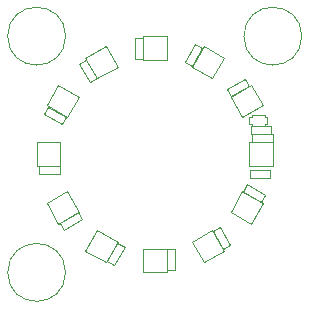
<source format=gbr>
%TF.GenerationSoftware,KiCad,Pcbnew,7.0.5.1-1-g8f565ef7f0-dirty-deb11*%
%TF.CreationDate,2023-07-26T12:03:11+00:00*%
%TF.ProjectId,pedalboard-led-ring,70656461-6c62-46f6-9172-642d6c65642d,1.0.0*%
%TF.SameCoordinates,Original*%
%TF.FileFunction,Other,User*%
%FSLAX46Y46*%
G04 Gerber Fmt 4.6, Leading zero omitted, Abs format (unit mm)*
G04 Created by KiCad (PCBNEW 7.0.5.1-1-g8f565ef7f0-dirty-deb11) date 2023-07-26 12:03:11*
%MOMM*%
%LPD*%
G01*
G04 APERTURE LIST*
%ADD10C,0.050000*%
G04 APERTURE END LIST*
D10*
%TO.C,D11*%
X84133975Y-69160254D02*
X83133975Y-67428204D01*
X85866025Y-68160254D02*
X84133975Y-69160254D01*
X83133975Y-67428204D02*
X84866025Y-66428204D01*
X84866025Y-66428204D02*
X85866025Y-68160254D01*
%TO.C,C4*%
X79000000Y-50180000D02*
X79000000Y-51940000D01*
X78300000Y-50180000D02*
X79000000Y-50180000D01*
X79000000Y-51940000D02*
X78300000Y-51940000D01*
X78300000Y-51940000D02*
X78300000Y-50180000D01*
%TO.C,C5*%
X74223975Y-51995631D02*
X75103975Y-53519835D01*
X73617757Y-52345631D02*
X74223975Y-51995631D01*
X75103975Y-53519835D02*
X74497757Y-53869835D01*
X74497757Y-53869835D02*
X73617757Y-52345631D01*
%TO.C,D1*%
X90000000Y-61000000D02*
X88000000Y-61000000D01*
X90000000Y-59000000D02*
X90000000Y-61000000D01*
X88000000Y-61000000D02*
X88000000Y-59000000D01*
X88000000Y-59000000D02*
X90000000Y-59000000D01*
%TO.C,D4*%
X81000000Y-50000000D02*
X81000000Y-52000000D01*
X79000000Y-50000000D02*
X81000000Y-50000000D01*
X81000000Y-52000000D02*
X79000000Y-52000000D01*
X79000000Y-52000000D02*
X79000000Y-50000000D01*
%TO.C,D12*%
X88160254Y-65866025D02*
X86428204Y-64866025D01*
X89160254Y-64133975D02*
X88160254Y-65866025D01*
X86428204Y-64866025D02*
X87428204Y-63133975D01*
X87428204Y-63133975D02*
X89160254Y-64133975D01*
%TO.C,D8*%
X70839746Y-64133975D02*
X72571796Y-63133975D01*
X71839746Y-65866025D02*
X70839746Y-64133975D01*
X72571796Y-63133975D02*
X73571796Y-64866025D01*
X73571796Y-64866025D02*
X71839746Y-65866025D01*
%TO.C,D10*%
X79000000Y-70000000D02*
X79000000Y-68000000D01*
X81000000Y-70000000D02*
X79000000Y-70000000D01*
X79000000Y-68000000D02*
X81000000Y-68000000D01*
X81000000Y-68000000D02*
X81000000Y-70000000D01*
%TO.C,D7*%
X70000000Y-59000000D02*
X72000000Y-59000000D01*
X70000000Y-61000000D02*
X70000000Y-59000000D01*
X72000000Y-59000000D02*
X72000000Y-61000000D01*
X72000000Y-61000000D02*
X70000000Y-61000000D01*
%TO.C,D6*%
X71839746Y-54133975D02*
X73571796Y-55133975D01*
X70839746Y-55866025D02*
X71839746Y-54133975D01*
X73571796Y-55133975D02*
X72571796Y-56866025D01*
X72571796Y-56866025D02*
X70839746Y-55866025D01*
%TO.C,H2*%
X92450000Y-50000000D02*
G75*
G03*
X92450000Y-50000000I-2450000J0D01*
G01*
%TO.C,R2*%
X89880000Y-58300000D02*
X88120000Y-58300000D01*
X89880000Y-57600000D02*
X89880000Y-58300000D01*
X88120000Y-58300000D02*
X88120000Y-57600000D01*
X88120000Y-57600000D02*
X89880000Y-57600000D01*
%TO.C,C7*%
X70180000Y-61000000D02*
X71940000Y-61000000D01*
X70180000Y-61700000D02*
X70180000Y-61000000D01*
X71940000Y-61000000D02*
X71940000Y-61700000D01*
X71940000Y-61700000D02*
X70180000Y-61700000D01*
%TO.C,D13*%
X88022500Y-56870000D02*
X88022500Y-57430000D01*
X88022500Y-57430000D02*
X88222500Y-57430000D01*
X88222500Y-56700000D02*
X89322500Y-56700000D01*
X88222500Y-56870000D02*
X88022500Y-56870000D01*
X88222500Y-56870000D02*
X88222500Y-56700000D01*
X88222500Y-57600000D02*
X88222500Y-57430000D01*
X89322500Y-56700000D02*
X89322500Y-56870000D01*
X89322500Y-56870000D02*
X89522500Y-56870000D01*
X89322500Y-57430000D02*
X89322500Y-57600000D01*
X89322500Y-57600000D02*
X88222500Y-57600000D01*
X89522500Y-56870000D02*
X89522500Y-57430000D01*
X89522500Y-57430000D02*
X89322500Y-57430000D01*
%TO.C,C8*%
X71995631Y-65776025D02*
X73519835Y-64896025D01*
X72345631Y-66382243D02*
X71995631Y-65776025D01*
X73519835Y-64896025D02*
X73869835Y-65502243D01*
X73869835Y-65502243D02*
X72345631Y-66382243D01*
%TO.C,C9*%
X75956025Y-69004369D02*
X76836025Y-67480165D01*
X76562243Y-69354369D02*
X75956025Y-69004369D01*
X76836025Y-67480165D02*
X77442243Y-67830165D01*
X77442243Y-67830165D02*
X76562243Y-69354369D01*
%TO.C,H1*%
X72450000Y-50000000D02*
G75*
G03*
X72450000Y-50000000I-2450000J0D01*
G01*
%TO.C,C11*%
X85776025Y-68004369D02*
X84896025Y-66480165D01*
X86382243Y-67654369D02*
X85776025Y-68004369D01*
X84896025Y-66480165D02*
X85502243Y-66130165D01*
X85502243Y-66130165D02*
X86382243Y-67654369D01*
%TO.C,C6*%
X70995631Y-55956025D02*
X72519835Y-56836025D01*
X70645631Y-56562243D02*
X70995631Y-55956025D01*
X72519835Y-56836025D02*
X72169835Y-57442243D01*
X72169835Y-57442243D02*
X70645631Y-56562243D01*
%TO.C,C10*%
X81000000Y-69820000D02*
X81000000Y-68060000D01*
X81700000Y-69820000D02*
X81000000Y-69820000D01*
X81000000Y-68060000D02*
X81700000Y-68060000D01*
X81700000Y-68060000D02*
X81700000Y-69820000D01*
%TO.C,D2*%
X89160254Y-55866025D02*
X87428204Y-56866025D01*
X88160254Y-54133975D02*
X89160254Y-55866025D01*
X87428204Y-56866025D02*
X86428204Y-55133975D01*
X86428204Y-55133975D02*
X88160254Y-54133975D01*
%TO.C,C1*%
X88270000Y-58300000D02*
X90030000Y-58300000D01*
X88270000Y-59000000D02*
X88270000Y-58300000D01*
X90030000Y-58300000D02*
X90030000Y-59000000D01*
X90030000Y-59000000D02*
X88270000Y-59000000D01*
%TO.C,C2*%
X88004369Y-54223975D02*
X86480165Y-55103975D01*
X87654369Y-53617757D02*
X88004369Y-54223975D01*
X86480165Y-55103975D02*
X86130165Y-54497757D01*
X86130165Y-54497757D02*
X87654369Y-53617757D01*
%TO.C,D5*%
X75866025Y-50839746D02*
X76866025Y-52571796D01*
X74133975Y-51839746D02*
X75866025Y-50839746D01*
X76866025Y-52571796D02*
X75133975Y-53571796D01*
X75133975Y-53571796D02*
X74133975Y-51839746D01*
%TO.C,C12*%
X89004369Y-64043975D02*
X87480165Y-63163975D01*
X89354369Y-63437757D02*
X89004369Y-64043975D01*
X87480165Y-63163975D02*
X87830165Y-62557757D01*
X87830165Y-62557757D02*
X89354369Y-63437757D01*
%TO.C,D9*%
X74133975Y-68160254D02*
X75133975Y-66428204D01*
X75866025Y-69160254D02*
X74133975Y-68160254D01*
X75133975Y-66428204D02*
X76866025Y-67428204D01*
X76866025Y-67428204D02*
X75866025Y-69160254D01*
%TO.C,D3*%
X85866025Y-51839746D02*
X84866025Y-53571796D01*
X84133975Y-50839746D02*
X85866025Y-51839746D01*
X84866025Y-53571796D02*
X83133975Y-52571796D01*
X83133975Y-52571796D02*
X84133975Y-50839746D01*
%TO.C,R1*%
X89790000Y-62030000D02*
X88030000Y-62030000D01*
X89790000Y-61330000D02*
X89790000Y-62030000D01*
X88030000Y-62030000D02*
X88030000Y-61330000D01*
X88030000Y-61330000D02*
X89790000Y-61330000D01*
%TO.C,H3*%
X72450000Y-70000000D02*
G75*
G03*
X72450000Y-70000000I-2450000J0D01*
G01*
%TO.C,C3*%
X84043975Y-50995631D02*
X83163975Y-52519835D01*
X83437757Y-50645631D02*
X84043975Y-50995631D01*
X83163975Y-52519835D02*
X82557757Y-52169835D01*
X82557757Y-52169835D02*
X83437757Y-50645631D01*
%TD*%
M02*

</source>
